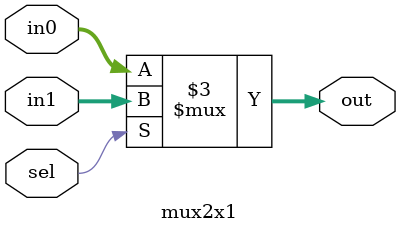
<source format=v>
module mux2x1 #(parameter n = 32)(
input wire sel   ,
input wire [n-1:0] in0 , in1 ,
output reg [n-1:0] out
);

always@(*) 
 begin
  if(sel)
    begin
	    out = in1 ;
	  end
  else
	  begin 
	    out = in0 ; 
	  end
	
end

endmodule 

</source>
